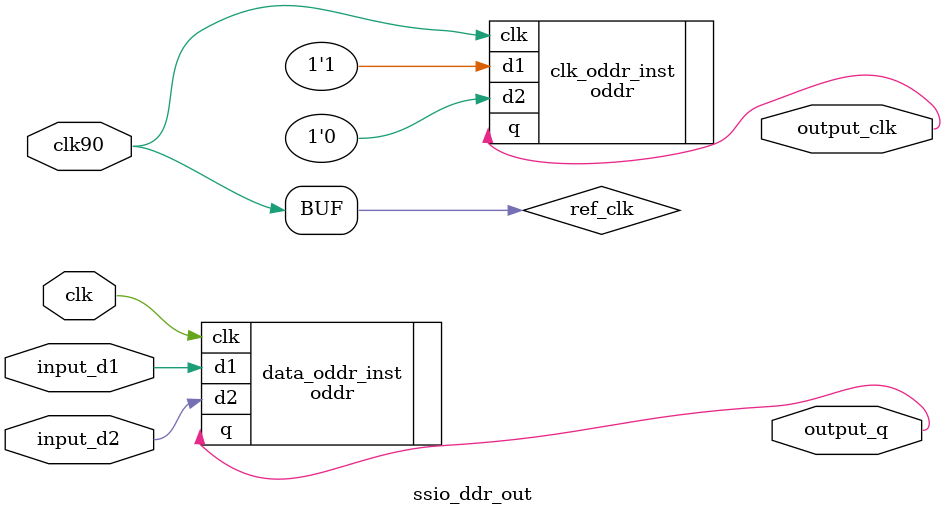
<source format=v>
/*

Copyright (c) 2016-2017 Alex Forencich

Permission is hereby granted, free of charge, to any person obtaining a copy
of this software and associated documentation files (the "Software"), to deal
in the Software without restriction, including without limitation the rights
to use, copy, modify, merge, publish, distribute, sublicense, and/or sell
copies of the Software, and to permit persons to whom the Software is
furnished to do so, subject to the following conditions:

The above copyright notice and this permission notice shall be included in
all copies or substantial portions of the Software.

THE SOFTWARE IS PROVIDED "AS IS", WITHOUT WARRANTY OF ANY KIND, EXPRESS OR
IMPLIED, INCLUDING BUT NOT LIMITED TO THE WARRANTIES OF MERCHANTABILITY
FITNESS FOR A PARTICULAR PURPOSE AND NONINFRINGEMENT. IN NO EVENT SHALL THE
AUTHORS OR COPYRIGHT HOLDERS BE LIABLE FOR ANY CLAIM, DAMAGES OR OTHER
LIABILITY, WHETHER IN AN ACTION OF CONTRACT, TORT OR OTHERWISE, ARISING FROM,
OUT OF OR IN CONNECTION WITH THE SOFTWARE OR THE USE OR OTHER DEALINGS IN
THE SOFTWARE.

*/

// Language: Verilog 2001

`timescale 1ns / 1ps

/*
 * Generic source synchronous DDR output
 */
module ssio_ddr_out #
(
    // target ("SIM", "GENERIC", "XILINX", "ALTERA")
    parameter TARGET = "GENERIC",
    // IODDR style ("IODDR", "IODDR2")
    // Use IODDR for Virtex-4, Virtex-5, Virtex-6, 7 Series, Ultrascale
    // Use IODDR2 for Spartan-6
    parameter IODDR_STYLE = "IODDR2",
    // Use 90 degree clock for transmit ("TRUE", "FALSE")
    parameter USE_CLK90 = "TRUE",
    // Width of register in bits
    parameter WIDTH = 1
)
(
    input  wire             clk,
    input  wire             clk90,

    input  wire [WIDTH-1:0] input_d1,
    input  wire [WIDTH-1:0] input_d2,

    output wire             output_clk,
    output wire [WIDTH-1:0] output_q
);

wire ref_clk = USE_CLK90 == "TRUE" ? clk90 : clk;

oddr #(
    .TARGET(TARGET),
    .IODDR_STYLE(IODDR_STYLE),
    .WIDTH(1)
)
clk_oddr_inst (
    .clk(ref_clk),
    .d1(1'b1),
    .d2(1'b0),
    .q(output_clk)
);

oddr #(
    .TARGET(TARGET),
    .IODDR_STYLE(IODDR_STYLE),
    .WIDTH(WIDTH)
)
data_oddr_inst (
    .clk(clk),
    .d1(input_d1),
    .d2(input_d2),
    .q(output_q)
);

endmodule

</source>
